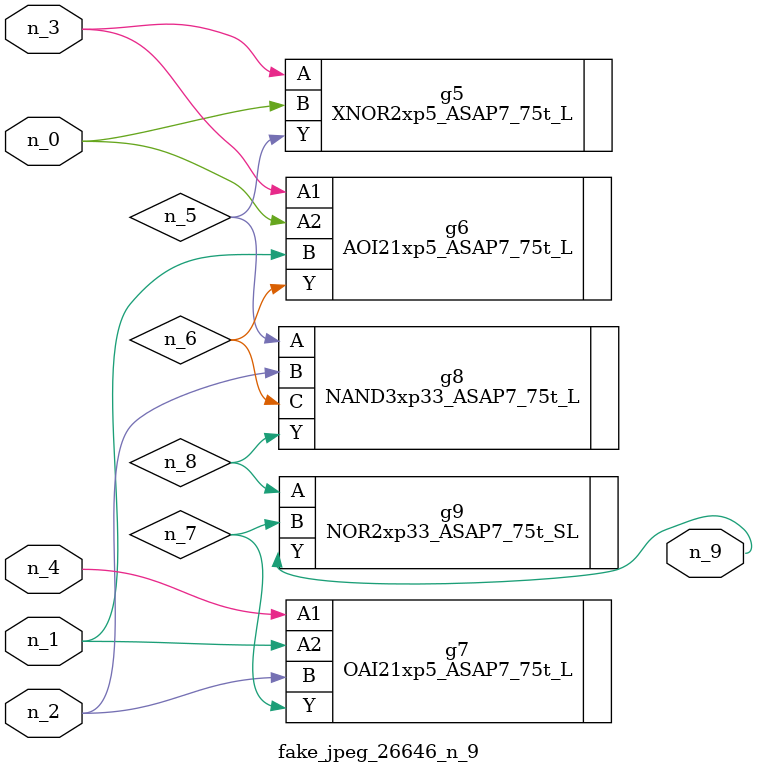
<source format=v>
module fake_jpeg_26646_n_9 (n_3, n_2, n_1, n_0, n_4, n_9);

input n_3;
input n_2;
input n_1;
input n_0;
input n_4;

output n_9;

wire n_8;
wire n_6;
wire n_5;
wire n_7;

XNOR2xp5_ASAP7_75t_L g5 ( 
.A(n_3),
.B(n_0),
.Y(n_5)
);

AOI21xp5_ASAP7_75t_L g6 ( 
.A1(n_3),
.A2(n_0),
.B(n_1),
.Y(n_6)
);

OAI21xp5_ASAP7_75t_L g7 ( 
.A1(n_4),
.A2(n_1),
.B(n_2),
.Y(n_7)
);

NAND3xp33_ASAP7_75t_L g8 ( 
.A(n_5),
.B(n_2),
.C(n_6),
.Y(n_8)
);

NOR2xp33_ASAP7_75t_SL g9 ( 
.A(n_8),
.B(n_7),
.Y(n_9)
);


endmodule
</source>
